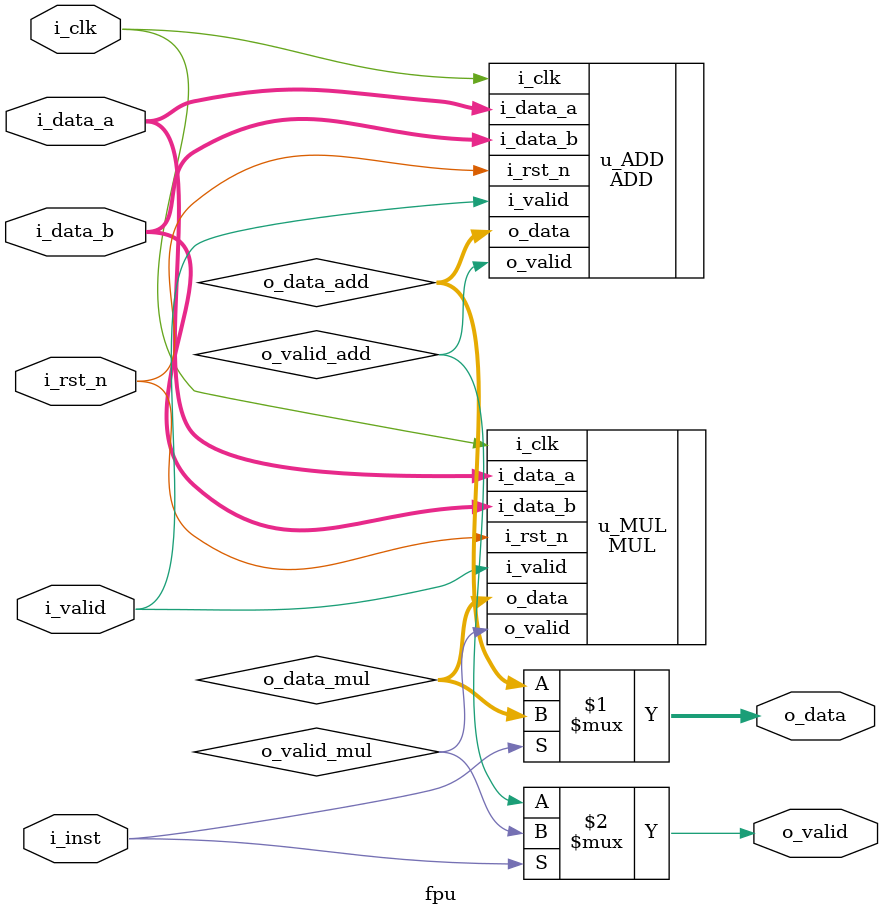
<source format=v>
module fpu #(
    parameter DATA_WIDTH = 32,
    parameter INST_WIDTH = 1
)(
    input                   i_clk,
    input                   i_rst_n,
    input  [DATA_WIDTH-1:0] i_data_a,
    input  [DATA_WIDTH-1:0] i_data_b,
    input  [INST_WIDTH-1:0] i_inst,
    input                   i_valid,
    output [DATA_WIDTH-1:0] o_data,
    output                  o_valid
);

    // homework
    
    // wire and register
    wire [DATA_WIDTH-1:0] o_data_add, o_data_mul;
    wire                  o_valid_add, o_valid_mul;

    // ADD module
    ADD #(
        .DATA_WIDTH(DATA_WIDTH)
    ) u_ADD (
        .i_clk(i_clk),
        .i_rst_n(i_rst_n),
        .i_data_a(i_data_a),
        .i_data_b(i_data_b),
        .i_valid(i_valid),
        .o_data(o_data_add),
        .o_valid(o_valid_add)
    );

    // MUL module
    MUL #(
        .DATA_WIDTH(DATA_WIDTH)
    ) u_MUL (
        .i_clk(i_clk),
        .i_rst_n(i_rst_n),
        .i_data_a(i_data_a),
        .i_data_b(i_data_b),
        .i_valid(i_valid),
        .o_data(o_data_mul),
        .o_valid(o_valid_mul)
    );

    assign o_data = i_inst ? o_data_mul : o_data_add;
    assign o_valid = i_inst ? o_valid_mul : o_valid_add;

    /*case (i_inst)
        1'b0: begin // add
            assign o_data = o_data_add;
            assign o_valid = o_valid_add;
        end
        1'b1: begin // mul
            assign o_data = o_data_mul;
            assign o_valid = o_valid_mul;
        end
        default: begin
            assign o_data = 0;
            assign o_valid = 0;
        end
    endcase*/

endmodule
</source>
